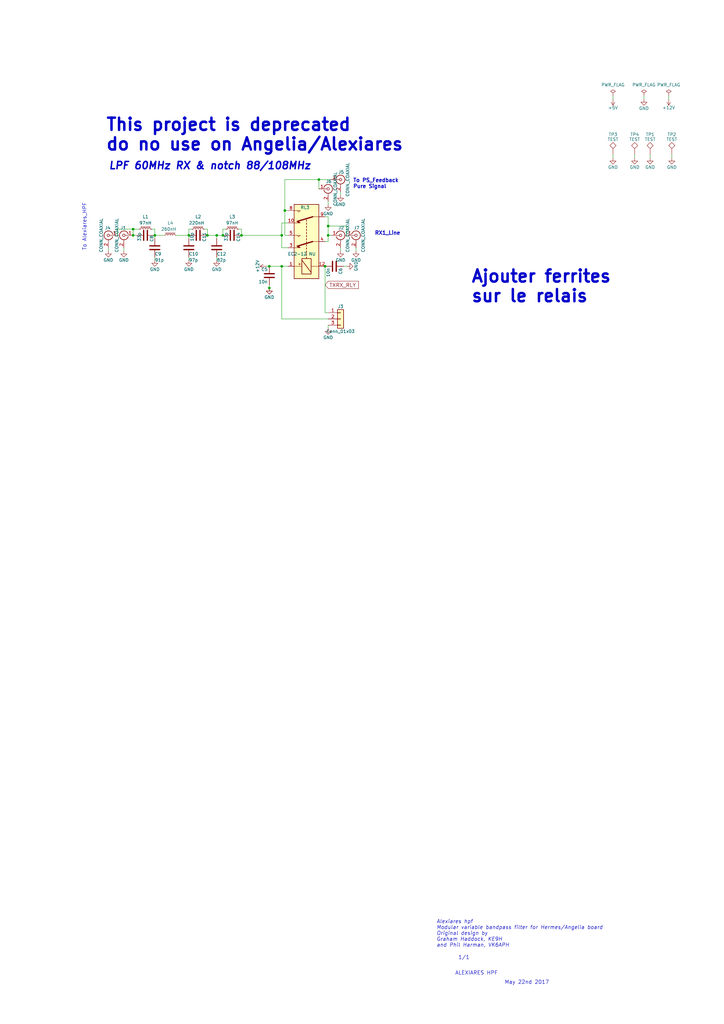
<source format=kicad_sch>
(kicad_sch (version 20230121) (generator eeschema)
  (paper "A3" portrait)
  (lib_symbols
    (symbol "Alexiares_LPF_RX_In-rescue:+12V" (power) (pin_names (offset 0))
      (property "Value" "+12V" (at 0 3.556 0))
      (symbol "+12V_0_1"
        (polyline (pts (xy -0.762 1.27) (xy 0 2.54)))
        (polyline (pts (xy 0 0) (xy 0 2.54)))
        (polyline (pts (xy 0 2.54) (xy 0.762 1.27)))
      )
      (symbol "+12V_1_1"
        (pin power_in line (at 0 0 90) (length 0) hide (name "+12V") (number "1"))
      )
    )
    (symbol "Alexiares_LPF_RX_In-rescue:+5V" (power) (pin_names (offset 0))
      (property "Value" "+5V" (at 0 3.556 0))
      (symbol "+5V_0_1"
        (polyline (pts (xy -0.762 1.27) (xy 0 2.54)))
        (polyline (pts (xy 0 0) (xy 0 2.54)))
        (polyline (pts (xy 0 2.54) (xy 0.762 1.27)))
      )
      (symbol "+5V_1_1"
        (pin power_in line (at 0 0 90) (length 0) hide (name "+5V") (number "1"))
      )
    )
    (symbol "Alexiares_LPF_RX_In-rescue:C" (pin_numbers hide) (pin_names (offset 0.254))
      (property "Reference" "C" (at 0.635 2.54 0))
      (property "Value" "C" (at 0.635 -2.54 0))
      (symbol "C_0_1"
        (polyline (pts (xy -2.032 -0.762) (xy 2.032 -0.762)) (stroke (width 0.508)))
        (polyline (pts (xy -2.032 0.762) (xy 2.032 0.762)) (stroke (width 0.508)))
      )
      (symbol "C_1_1"
        (pin passive line (at 0 3.81 270) (length 2.794) (name "~") (number "1"))
        (pin passive line (at 0 -3.81 90) (length 2.794) (name "~") (number "2"))
      )
    )
    (symbol "Alexiares_LPF_RX_In-rescue:Conn_01x03" (pin_names (offset 1.016) hide)
      (property "Reference" "J" (at 0 5.08 0))
      (property "Value" "Conn_01x03" (at 0 -5.08 0))
      (symbol "Conn_01x03_1_1"
        (rectangle (start -1.27 -2.413) (end 0 -2.667) (stroke (width 0.1524)))
        (rectangle (start -1.27 0.127) (end 0 -0.127) (stroke (width 0.1524)))
        (rectangle (start -1.27 2.667) (end 0 2.413) (stroke (width 0.1524)))
        (rectangle (start -1.27 3.81) (end 1.27 -3.81) (stroke (width 0.254)) (fill (type background)))
        (pin passive line (at -5.08 2.54 0) (length 3.81) (name "Pin_1") (number "1"))
        (pin passive line (at -5.08 0 0) (length 3.81) (name "Pin_2") (number "2"))
        (pin passive line (at -5.08 -2.54 0) (length 3.81) (name "Pin_3") (number "3"))
      )
    )
    (symbol "Alexiares_LPF_RX_In-rescue:Conn_Coaxial" (pin_names (offset 1.016) hide)
      (property "Reference" "J" (at 0.254 3.048 0))
      (property "Value" "Conn_Coaxial" (at 2.921 0 90))
      (symbol "Conn_Coaxial_0_1"
        (arc (start -1.778 -0.508) (mid 0.2311 -1.8066) (end 1.778 0) (stroke (width 0.254)))
        (polyline (pts (xy -1.27 0) (xy -0.508 0)))
        (polyline (pts (xy 0 -2.54) (xy 0 -1.778)))
        (circle (center 0 0) (radius 0.508) (stroke (width 0.2032)))
        (arc (start 1.778 0) (mid 0.2099 1.8101) (end -1.778 0.508) (stroke (width 0.254)))
      )
      (symbol "Conn_Coaxial_1_1"
        (pin passive line (at -3.81 0 0) (length 2.54) (name "In") (number "1"))
        (pin passive line (at 0 -5.08 90) (length 2.54) (name "Ext") (number "2"))
      )
    )
    (symbol "Alexiares_LPF_RX_In-rescue:EE2-5NU" (pin_names (offset 1.016))
      (property "Reference" "RL" (at 21.59 3.81 0))
      (property "Value" "EE2-5NU" (at 21.59 1.27 0))
      (symbol "EE2-5NU_0_1"
        (rectangle (start -10.16 5.08) (end 20.32 -5.08) (stroke (width 0.254)) (fill (type background)))
        (rectangle (start -8.255 1.905) (end -1.905 -1.905) (stroke (width 0.254)))
        (polyline (pts (xy -7.62 -1.905) (xy -2.54 1.905)) (stroke (width 0.254)))
        (polyline (pts (xy -5.08 -5.08) (xy -5.08 -1.905)))
        (polyline (pts (xy -5.08 5.08) (xy -5.08 1.905)))
        (polyline (pts (xy -4.699 2.794) (xy -3.683 2.794)))
        (polyline (pts (xy -4.191 3.302) (xy -4.191 2.286)))
        (polyline (pts (xy -1.905 0) (xy -1.27 0)) (stroke (width 0.254)))
        (polyline (pts (xy -0.635 0) (xy 0 0)) (stroke (width 0.254)))
        (polyline (pts (xy 0.635 0) (xy 1.27 0)) (stroke (width 0.254)))
        (polyline (pts (xy 1.905 0) (xy 2.54 0)) (stroke (width 0.254)))
        (polyline (pts (xy 2.54 2.54) (xy 2.54 5.08)))
        (polyline (pts (xy 3.175 0) (xy 3.81 0)) (stroke (width 0.254)))
        (polyline (pts (xy 4.445 0) (xy 5.08 0)) (stroke (width 0.254)))
        (polyline (pts (xy 5.08 -2.54) (xy 3.175 3.81)) (stroke (width 0.508)))
        (polyline (pts (xy 5.08 -2.54) (xy 5.08 -5.08)))
        (polyline (pts (xy 5.715 0) (xy 6.35 0)) (stroke (width 0.254)))
        (polyline (pts (xy 6.985 0) (xy 7.62 0)) (stroke (width 0.254)))
        (polyline (pts (xy 7.62 2.54) (xy 7.62 5.08)))
        (polyline (pts (xy 8.255 0) (xy 8.89 0)) (stroke (width 0.254)))
        (polyline (pts (xy 9.525 0) (xy 10.16 0)) (stroke (width 0.254)))
        (polyline (pts (xy 10.795 0) (xy 11.43 0)) (stroke (width 0.254)))
        (polyline (pts (xy 12.065 0) (xy 12.7 0)) (stroke (width 0.254)))
        (polyline (pts (xy 12.7 2.54) (xy 12.7 5.08)))
        (polyline (pts (xy 13.335 0) (xy 13.97 0)) (stroke (width 0.254)))
        (polyline (pts (xy 15.24 -2.54) (xy 13.335 3.81)) (stroke (width 0.508)))
        (polyline (pts (xy 15.24 -2.54) (xy 15.24 -5.08)))
        (polyline (pts (xy 17.78 2.54) (xy 17.78 5.08)))
        (polyline (pts (xy 2.54 2.54) (xy 3.175 3.175) (xy 2.54 3.81)) (fill (type outline)))
        (polyline (pts (xy 7.62 2.54) (xy 6.985 3.175) (xy 7.62 3.81)))
        (polyline (pts (xy 12.7 2.54) (xy 13.335 3.175) (xy 12.7 3.81)) (fill (type outline)))
        (polyline (pts (xy 17.78 2.54) (xy 17.145 3.175) (xy 17.78 3.81)))
      )
      (symbol "EE2-5NU_1_1"
        (pin passive line (at -5.08 7.62 270) (length 2.54) (name "~") (number "1"))
        (pin passive line (at 12.7 7.62 270) (length 2.54) (name "~") (number "10"))
        (pin passive line (at -5.08 -7.62 90) (length 2.54) (name "~") (number "12"))
        (pin passive line (at 2.54 7.62 270) (length 2.54) (name "~") (number "3"))
        (pin passive line (at 5.08 -7.62 90) (length 2.54) (name "~") (number "4"))
        (pin passive line (at 7.62 7.62 270) (length 2.54) (name "~") (number "5"))
        (pin passive line (at 17.78 7.62 270) (length 2.54) (name "~") (number "8"))
        (pin passive line (at 15.24 -7.62 90) (length 2.54) (name "~") (number "9"))
      )
    )
    (symbol "Alexiares_LPF_RX_In-rescue:GND" (power) (pin_names (offset 0))
      (property "Value" "GND" (at 0 -3.81 0))
      (symbol "GND_0_1"
        (polyline (pts (xy 0 0) (xy 0 -1.27) (xy 1.27 -1.27) (xy 0 -2.54) (xy -1.27 -1.27) (xy 0 -1.27)))
      )
      (symbol "GND_1_1"
        (pin power_in line (at 0 0 270) (length 0) hide (name "GND") (number "1"))
      )
    )
    (symbol "Alexiares_LPF_RX_In-rescue:L_Core_Ferrite_Small" (pin_numbers hide) (pin_names (offset 0.254) hide)
      (property "Reference" "L" (at 1.27 1.016 0))
      (property "Value" "L_Core_Ferrite_Small" (at 1.27 -1.27 0))
      (symbol "L_Core_Ferrite_Small_0_1"
        (arc (start 0 -2.032) (mid 0.5058 -1.524) (end 0 -1.016))
        (arc (start 0 -1.016) (mid 0.5058 -0.508) (end 0 0))
        (polyline (pts (xy 0.762 -1.905) (xy 0.762 -1.651)))
        (polyline (pts (xy 0.762 -1.397) (xy 0.762 -1.143)))
        (polyline (pts (xy 0.762 -0.889) (xy 0.762 -0.635)))
        (polyline (pts (xy 0.762 -0.381) (xy 0.762 -0.127)))
        (polyline (pts (xy 0.762 0.127) (xy 0.762 0.381)))
        (polyline (pts (xy 0.762 0.635) (xy 0.762 0.889)))
        (polyline (pts (xy 0.762 1.143) (xy 0.762 1.397)))
        (polyline (pts (xy 0.762 1.651) (xy 0.762 1.905)))
        (polyline (pts (xy 1.016 -1.651) (xy 1.016 -1.905)))
        (polyline (pts (xy 1.016 -1.143) (xy 1.016 -1.397)))
        (polyline (pts (xy 1.016 -0.635) (xy 1.016 -0.889)))
        (polyline (pts (xy 1.016 -0.127) (xy 1.016 -0.381)))
        (polyline (pts (xy 1.016 0.381) (xy 1.016 0.127)))
        (polyline (pts (xy 1.016 0.889) (xy 1.016 0.635)))
        (polyline (pts (xy 1.016 1.397) (xy 1.016 1.143)))
        (polyline (pts (xy 1.016 1.905) (xy 1.016 1.651)))
        (arc (start 0 0) (mid 0.5058 0.508) (end 0 1.016))
        (arc (start 0 1.016) (mid 0.5058 1.524) (end 0 2.032))
      )
      (symbol "L_Core_Ferrite_Small_1_1"
        (pin passive line (at 0 2.54 270) (length 0.508) (name "~") (number "1"))
        (pin passive line (at 0 -2.54 90) (length 0.508) (name "~") (number "2"))
      )
    )
    (symbol "Alexiares_LPF_RX_In-rescue:PWR_FLAG" (power) (pin_numbers hide) (pin_names (offset 0) hide)
      (property "Value" "PWR_FLAG" (at 0 3.81 0))
      (symbol "PWR_FLAG_0_0"
        (pin power_out line (at 0 0 90) (length 0) (name "pwr") (number "1"))
      )
      (symbol "PWR_FLAG_0_1"
        (polyline (pts (xy 0 0) (xy 0 1.27) (xy -1.016 1.905) (xy 0 2.54) (xy 1.016 1.905) (xy 0 1.27)))
      )
    )
    (symbol "Alexiares_LPF_RX_In-rescue:TEST" (pin_numbers hide) (pin_names (offset 1.016) hide)
      (property "Reference" "TP" (at 0 7.62 0))
      (property "Value" "TEST" (at 0 6.35 0))
      (symbol "TEST_0_1"
        (polyline (pts (xy 0 5.08) (xy -1.27 3.81) (xy 0 2.54) (xy 1.27 3.81) (xy 0 5.08) (xy 0 5.08)))
      )
      (symbol "TEST_1_1"
        (pin passive line (at 0 0 90) (length 2.54) (name "~") (number "1"))
      )
    )
  )
  (junction (at 54.61 93.98))
  (junction (at 99.06 96.52))
  (junction (at 110.49 109.22))
  (junction (at 85.09 96.52))
  (junction (at 115.57 96.52))
  (junction (at 130.81 73.66))
  (junction (at 134.62 96.52))
  (junction (at 110.49 118.11))
  (junction (at 115.57 109.22))
  (junction (at 116.84 86.36))
  (junction (at 88.9 96.52))
  (junction (at 91.44 96.52))
  (junction (at 77.47 96.52))
  (junction (at 133.35 109.22))
  (junction (at 63.5 96.52))
  (junction (at 134.62 92.71))
  (junction (at 54.61 96.52))
  (wire (pts (xy 72.39 96.52) (xy 77.47 96.52)))
  (wire (pts (xy 134.62 92.71) (xy 134.62 96.52)))
  (wire (pts (xy 139.7 101.6) (xy 139.7 102.87)))
  (wire (pts (xy 251.46 39.37) (xy 251.46 40.64)))
  (wire (pts (xy 115.57 96.52) (xy 115.57 101.6)))
  (wire (pts (xy 135.89 96.52) (xy 134.62 96.52)))
  (wire (pts (xy 251.46 63.5) (xy 251.46 64.77)))
  (wire (pts (xy 264.16 39.37) (xy 264.16 40.64)))
  (wire (pts (xy 134.62 82.55) (xy 134.62 83.82)))
  (wire (pts (xy 130.81 77.47) (xy 130.81 73.66)))
  (wire (pts (xy 63.5 96.52) (xy 63.5 97.79)))
  (wire (pts (xy 63.5 105.41) (xy 63.5 106.68)))
  (wire (pts (xy 54.61 93.98) (xy 54.61 96.52)))
  (wire (pts (xy 62.23 93.98) (xy 63.5 93.98)))
  (wire (pts (xy 266.7 63.5) (xy 266.7 64.77)))
  (wire (pts (xy 116.84 96.52) (xy 118.11 96.52)))
  (wire (pts (xy 130.81 73.66) (xy 116.84 73.66)))
  (wire (pts (xy 133.35 128.27) (xy 134.62 128.27)))
  (wire (pts (xy 115.57 109.22) (xy 115.57 130.81)))
  (wire (pts (xy 85.09 93.98) (xy 85.09 96.52)))
  (wire (pts (xy 115.57 91.44) (xy 115.57 96.52)))
  (wire (pts (xy 54.61 96.52) (xy 55.88 96.52)))
  (wire (pts (xy 99.06 96.52) (xy 115.57 96.52)))
  (wire (pts (xy 115.57 109.22) (xy 118.11 109.22)))
  (wire (pts (xy 133.35 109.22) (xy 133.35 128.27)))
  (wire (pts (xy 77.47 93.98) (xy 77.47 96.52)))
  (wire (pts (xy 116.84 73.66) (xy 116.84 86.36)))
  (wire (pts (xy 54.61 93.98) (xy 57.15 93.98)))
  (wire (pts (xy 85.09 96.52) (xy 88.9 96.52)))
  (wire (pts (xy 67.31 96.52) (xy 63.5 96.52)))
  (wire (pts (xy 110.49 116.84) (xy 110.49 118.11)))
  (wire (pts (xy 134.62 96.52) (xy 134.62 99.06)))
  (wire (pts (xy 140.97 109.22) (xy 142.24 109.22)))
  (wire (pts (xy 115.57 101.6) (xy 118.11 101.6)))
  (wire (pts (xy 88.9 97.79) (xy 88.9 96.52)))
  (wire (pts (xy 134.62 88.9) (xy 134.62 92.71)))
  (wire (pts (xy 134.62 133.35) (xy 134.62 134.62)))
  (wire (pts (xy 88.9 96.52) (xy 91.44 96.52)))
  (wire (pts (xy 275.59 63.5) (xy 275.59 64.77)))
  (wire (pts (xy 134.62 99.06) (xy 133.35 99.06)))
  (wire (pts (xy 91.44 96.52) (xy 91.44 93.98)))
  (wire (pts (xy 77.47 96.52) (xy 77.47 97.79)))
  (wire (pts (xy 50.8 101.6) (xy 50.8 102.87)))
  (wire (pts (xy 274.32 39.37) (xy 274.32 40.64)))
  (wire (pts (xy 63.5 93.98) (xy 63.5 96.52)))
  (wire (pts (xy 91.44 93.98) (xy 92.71 93.98)))
  (wire (pts (xy 135.89 73.66) (xy 130.81 73.66)))
  (wire (pts (xy 44.45 101.6) (xy 44.45 102.87)))
  (wire (pts (xy 142.24 92.71) (xy 134.62 92.71)))
  (wire (pts (xy 48.26 93.98) (xy 54.61 93.98)))
  (wire (pts (xy 116.84 86.36) (xy 118.11 86.36)))
  (wire (pts (xy 260.35 63.5) (xy 260.35 64.77)))
  (wire (pts (xy 77.47 93.98) (xy 78.74 93.98)))
  (wire (pts (xy 133.35 88.9) (xy 134.62 88.9)))
  (wire (pts (xy 110.49 109.22) (xy 115.57 109.22)))
  (wire (pts (xy 99.06 93.98) (xy 99.06 96.52)))
  (wire (pts (xy 139.7 78.74) (xy 139.7 80.01)))
  (wire (pts (xy 146.05 101.6) (xy 146.05 102.87)))
  (wire (pts (xy 142.24 96.52) (xy 142.24 92.71)))
  (wire (pts (xy 88.9 105.41) (xy 88.9 106.68)))
  (wire (pts (xy 48.26 96.52) (xy 48.26 93.98)))
  (wire (pts (xy 115.57 130.81) (xy 134.62 130.81)))
  (wire (pts (xy 77.47 105.41) (xy 77.47 106.68)))
  (wire (pts (xy 109.22 109.22) (xy 110.49 109.22)))
  (wire (pts (xy 97.79 93.98) (xy 99.06 93.98)))
  (wire (pts (xy 118.11 91.44) (xy 115.57 91.44)))
  (wire (pts (xy 116.84 86.36) (xy 116.84 96.52)))
  (wire (pts (xy 83.82 93.98) (xy 85.09 93.98)))
  (text "This project is deprecated\ndo no use on Angelia/Alexiares \n" (at 43.18 62.23 0) (effects (font (size 5.0038 5.0038) (thickness 1.0008) bold) (justify left bottom)))
  (text "Alexiares hpf\nModular variable bandpass filter for Hermes/Angelia board\nOriginal design by \nGraham Haddock, KE9H\nand Phil Harman, VK6APH\n" (at 179.07 388.62 0) (effects (font (size 1.4986 1.4986) italic) (justify left bottom)))
  (text "RX1_Line\n\n" (at 153.67 99.06 0) (effects (font (size 1.524 1.524) (thickness 0.3048) bold) (justify left bottom)))
  (text "May 22nd 2017" (at 207.01 403.86 0) (effects (font (size 1.524 1.524)) (justify left bottom)))
  (text "LPF 60MHz RX & notch 88/108MHz" (at 44.45 69.85 0) (effects (font (size 2.9972 2.9972) (thickness 0.5994) bold italic) (justify left bottom)))
  (text "Ajouter ferrites \nsur le relais" (at 193.04 124.46 0) (effects (font (size 5.0038 5.0038) (thickness 1.0008) bold) (justify left bottom)))
  (text "1/1" (at 187.96 393.7 0) (effects (font (size 1.524 1.524)) (justify left bottom)))
  (text "ALEXIARES HPF" (at 186.69 400.05 0) (effects (font (size 1.524 1.524)) (justify left bottom)))
  (text "To PS_Feedback\nPure Signal\n" (at 144.78 77.47 0) (effects (font (size 1.524 1.524) (thickness 0.3048) bold) (justify left bottom)))
  (text "To Alexiares_HPF" (at 35.56 102.87 90) (effects (font (size 1.524 1.524)) (justify left bottom)))
  (global_label "TXRX_RLY" (shape input) (at 133.35 116.84 0) (effects (font (size 1.524 1.524))) (property "Intersheetrefs" "${INTERSHEET_REFS}" (effects hide)))
  (symbol (lib_id "Alexiares_LPF_RX_In-rescue:GND") (at 264.16 40.64 0) (unit 1)
    (property "Reference" "#PWR06" (effects hide))
    (property "Value" "GND" (at 264.16 44.45 0))
  )
  (symbol (lib_id "Alexiares_LPF_RX_In-rescue:PWR_FLAG") (at 264.16 39.37 0) (unit 1)
    (property "Reference" "#FLG05" (effects hide))
    (property "Value" "PWR_FLAG" (at 264.16 34.798 0))
  )
  (symbol (lib_id "Alexiares_LPF_RX_In-rescue:PWR_FLAG") (at 274.32 39.37 0) (unit 1)
    (property "Reference" "#FLG04" (effects hide))
    (property "Value" "PWR_FLAG" (at 274.32 34.798 0))
  )
  (symbol (lib_id "Alexiares_LPF_RX_In-rescue:+5V") (at 251.46 40.64 180) (unit 1)
    (property "Reference" "#PWR03" (effects hide))
    (property "Value" "+5V" (at 251.46 44.196 0))
  )
  (symbol (lib_id "Alexiares_LPF_RX_In-rescue:+12V") (at 274.32 40.64 180) (unit 1)
    (property "Reference" "#PWR02" (effects hide))
    (property "Value" "+12V" (at 274.32 44.196 0))
  )
  (symbol (lib_id "Alexiares_LPF_RX_In-rescue:Conn_Coaxial") (at 139.7 96.52 0) (unit 1)
    (property "Reference" "J2" (at 139.954 93.472 0))
    (property "Value" "CONN_COAXIAL" (at 142.621 96.52 90))
    (property "Footprint" "Connectors:SMA_THT_Jack_Straight" (effects hide))
  )
  (symbol (lib_id "Alexiares_LPF_RX_In-rescue:TEST") (at 266.7 63.5 0) (unit 1)
    (property "Reference" "TP1" (at 266.7 55.88 0) (effects (justify bottom)))
    (property "Value" "TEST" (at 266.7 57.15 0))
    (property "Footprint" "Mounting_Holes:MountingHole_3.5mm_Pad" (effects hide))
  )
  (symbol (lib_id "Alexiares_LPF_RX_In-rescue:TEST") (at 275.59 63.5 0) (unit 1)
    (property "Reference" "TP2" (at 275.59 55.88 0) (effects (justify bottom)))
    (property "Value" "TEST" (at 275.59 57.15 0))
    (property "Footprint" "Mounting_Holes:MountingHole_3.5mm_Pad" (effects hide))
  )
  (symbol (lib_id "Alexiares_LPF_RX_In-rescue:GND") (at 266.7 64.77 0) (unit 1)
    (property "Reference" "#PWR07" (effects hide))
    (property "Value" "GND" (at 266.7 68.58 0))
  )
  (symbol (lib_id "Alexiares_LPF_RX_In-rescue:GND") (at 275.59 64.77 0) (unit 1)
    (property "Reference" "#PWR08" (effects hide))
    (property "Value" "GND" (at 275.59 68.58 0))
  )
  (symbol (lib_id "Alexiares_LPF_RX_In-rescue:GND") (at 139.7 102.87 0) (mirror y) (unit 1)
    (property "Reference" "#PWR01" (effects hide))
    (property "Value" "GND" (at 139.7 106.68 0))
  )
  (symbol (lib_id "Alexiares_LPF_RX_In-rescue:EE2-5NU") (at 125.73 104.14 90) (unit 1)
    (property "Reference" "RL3" (at 127 85.09 90) (effects (justify left)))
    (property "Value" "EC2-12 NU" (at 129.54 104.14 90) (effects (justify left)))
    (property "Footprint" "2_Form_C_Relay:Relay_DPDT_NEC_EC2" (effects hide))
  )
  (symbol (lib_id "Alexiares_LPF_RX_In-rescue:GND") (at 110.49 118.11 0) (mirror y) (unit 1)
    (property "Reference" "#PWR012" (effects hide))
    (property "Value" "GND" (at 110.49 121.92 0))
  )
  (symbol (lib_id "Alexiares_LPF_RX_In-rescue:GND") (at 110.49 118.11 0) (mirror y) (unit 1)
    (property "Reference" "#PWR013" (effects hide))
    (property "Value" "GND" (at 110.49 121.92 0))
  )
  (symbol (lib_id "Alexiares_LPF_RX_In-rescue:C") (at 110.49 113.03 0) (mirror y) (unit 1)
    (property "Reference" "C5" (at 109.855 110.49 0) (effects (justify left)))
    (property "Value" "10n" (at 109.855 115.57 0) (effects (justify left)))
    (property "Footprint" "Capacitors_SMD:C_0805_HandSoldering" (effects hide))
  )
  (symbol (lib_id "Alexiares_LPF_RX_In-rescue:GND") (at 142.24 109.22 90) (unit 1)
    (property "Reference" "#PWR014" (effects hide))
    (property "Value" "GND" (at 146.05 109.22 0))
  )
  (symbol (lib_id "Alexiares_LPF_RX_In-rescue:C") (at 137.16 109.22 270) (unit 1)
    (property "Reference" "C6" (at 139.7 109.855 0) (effects (justify left)))
    (property "Value" "10n" (at 134.62 109.855 0) (effects (justify left)))
    (property "Footprint" "Capacitors_SMD:C_0805_HandSoldering" (effects hide))
  )
  (symbol (lib_id "Alexiares_LPF_RX_In-rescue:GND") (at 139.7 80.01 0) (mirror y) (unit 1)
    (property "Reference" "#PWR015" (effects hide))
    (property "Value" "GND" (at 139.7 83.82 0))
  )
  (symbol (lib_id "Alexiares_LPF_RX_In-rescue:Conn_Coaxial") (at 139.7 73.66 0) (unit 1)
    (property "Reference" "J5" (at 139.954 70.612 0))
    (property "Value" "CONN_COAXIAL" (at 142.621 73.66 90))
    (property "Footprint" "Connectors:SMA_THT_Jack_Straight" (effects hide))
  )
  (symbol (lib_id "Alexiares_LPF_RX_In-rescue:TEST") (at 251.46 63.5 0) (unit 1)
    (property "Reference" "TP3" (at 251.46 55.88 0) (effects (justify bottom)))
    (property "Value" "TEST" (at 251.46 57.15 0))
    (property "Footprint" "Mounting_Holes:MountingHole_3.5mm_Pad" (effects hide))
  )
  (symbol (lib_id "Alexiares_LPF_RX_In-rescue:TEST") (at 260.35 63.5 0) (unit 1)
    (property "Reference" "TP4" (at 260.35 55.88 0) (effects (justify bottom)))
    (property "Value" "TEST" (at 260.35 57.15 0))
    (property "Footprint" "Mounting_Holes:MountingHole_3.5mm_Pad" (effects hide))
  )
  (symbol (lib_id "Alexiares_LPF_RX_In-rescue:GND") (at 251.46 64.77 0) (unit 1)
    (property "Reference" "#PWR09" (effects hide))
    (property "Value" "GND" (at 251.46 68.58 0))
  )
  (symbol (lib_id "Alexiares_LPF_RX_In-rescue:GND") (at 260.35 64.77 0) (unit 1)
    (property "Reference" "#PWR010" (effects hide))
    (property "Value" "GND" (at 260.35 68.58 0))
  )
  (symbol (lib_id "Alexiares_LPF_RX_In-rescue:PWR_FLAG") (at 251.46 39.37 0) (unit 1)
    (property "Reference" "#FLG011" (effects hide))
    (property "Value" "PWR_FLAG" (at 251.46 34.798 0))
  )
  (symbol (lib_id "Alexiares_LPF_RX_In-rescue:L_Core_Ferrite_Small") (at 95.25 93.98 90) (unit 1)
    (property "Reference" "L3" (at 96.52 88.9 90) (effects (justify left)))
    (property "Value" "97nH" (at 97.79 91.44 90) (effects (justify left)))
    (property "Footprint" "T50:T50_V_THT" (effects hide))
  )
  (symbol (lib_id "Alexiares_LPF_RX_In-rescue:C") (at 81.28 96.52 270) (unit 1)
    (property "Reference" "C11" (at 83.82 95.25 0) (effects (justify left)))
    (property "Value" "10p" (at 78.74 95.25 0) (effects (justify left)))
    (property "Footprint" "ATC_B:ATC_500_HandSoldering" (effects hide))
  )
  (symbol (lib_id "Alexiares_LPF_RX_In-rescue:C") (at 95.25 96.52 270) (unit 1)
    (property "Reference" "C14" (at 97.79 95.25 0) (effects (justify left)))
    (property "Value" "33p" (at 92.71 95.25 0) (effects (justify left)))
    (property "Footprint" "ATC_B:ATC_500_HandSoldering" (effects hide))
  )
  (symbol (lib_id "Alexiares_LPF_RX_In-rescue:L_Core_Ferrite_Small") (at 81.28 93.98 90) (unit 1)
    (property "Reference" "L2" (at 82.55 88.9 90) (effects (justify left)))
    (property "Value" "220nH" (at 83.82 91.44 90) (effects (justify left)))
    (property "Footprint" "T50:T50_V_THT" (effects hide))
  )
  (symbol (lib_id "Alexiares_LPF_RX_In-rescue:C") (at 59.69 96.52 270) (unit 1)
    (property "Reference" "C8" (at 62.23 96.52 0) (effects (justify left)))
    (property "Value" "33p" (at 57.15 95.25 0) (effects (justify left)))
    (property "Footprint" "ATC_B:ATC_500_HandSoldering" (effects hide))
  )
  (symbol (lib_id "Alexiares_LPF_RX_In-rescue:L_Core_Ferrite_Small") (at 59.69 93.98 90) (unit 1)
    (property "Reference" "L1" (at 60.96 88.9 90) (effects (justify left)))
    (property "Value" "97nH" (at 62.23 91.44 90) (effects (justify left)))
    (property "Footprint" "T50:T50_V_THT" (effects hide))
  )
  (symbol (lib_id "Alexiares_LPF_RX_In-rescue:L_Core_Ferrite_Small") (at 69.85 96.52 90) (unit 1)
    (property "Reference" "L4" (at 71.12 91.44 90) (effects (justify left)))
    (property "Value" "260nH" (at 72.39 93.98 90) (effects (justify left)))
    (property "Footprint" "T50:T50_V_THT" (effects hide))
  )
  (symbol (lib_id "Alexiares_LPF_RX_In-rescue:Conn_01x03") (at 139.7 130.81 0) (unit 1)
    (property "Reference" "J3" (at 139.7 125.73 0))
    (property "Value" "Conn_01x03" (at 139.7 135.89 0))
    (property "Footprint" "conn_kk100:kk100_22-23-2031" (effects hide))
  )
  (symbol (lib_id "Alexiares_LPF_RX_In-rescue:GND") (at 134.62 134.62 0) (unit 1)
    (property "Reference" "#PWR021" (effects hide))
    (property "Value" "GND" (at 134.62 138.43 0))
  )
  (symbol (lib_id "Alexiares_LPF_RX_In-rescue:GND") (at 63.5 106.68 0) (unit 1)
    (property "Reference" "#PWR017" (effects hide))
    (property "Value" "GND" (at 63.5 110.49 0))
  )
  (symbol (lib_id "Alexiares_LPF_RX_In-rescue:C") (at 63.5 101.6 0) (unit 1)
    (property "Reference" "C9" (at 63.5 104.14 0) (effects (justify left)))
    (property "Value" "91p" (at 63.5 106.68 0) (effects (justify left)))
    (property "Footprint" "ATC_B:ATC_500_HandSoldering" (effects hide))
  )
  (symbol (lib_id "Alexiares_LPF_RX_In-rescue:GND") (at 77.47 106.68 0) (unit 1)
    (property "Reference" "#PWR018" (effects hide))
    (property "Value" "GND" (at 77.47 110.49 0))
  )
  (symbol (lib_id "Alexiares_LPF_RX_In-rescue:C") (at 77.47 101.6 0) (unit 1)
    (property "Reference" "C10" (at 77.47 104.14 0) (effects (justify left)))
    (property "Value" "97p" (at 77.47 106.68 0) (effects (justify left)))
    (property "Footprint" "ATC_B:ATC_500_HandSoldering" (effects hide))
  )
  (symbol (lib_id "Alexiares_LPF_RX_In-rescue:GND") (at 88.9 106.68 0) (unit 1)
    (property "Reference" "#PWR019" (effects hide))
    (property "Value" "GND" (at 88.9 110.49 0))
  )
  (symbol (lib_id "Alexiares_LPF_RX_In-rescue:C") (at 88.9 101.6 0) (unit 1)
    (property "Reference" "C12" (at 88.9 104.14 0) (effects (justify left)))
    (property "Value" "82p" (at 88.9 106.68 0) (effects (justify left)))
    (property "Footprint" "ATC_B:ATC_500_HandSoldering" (effects hide))
  )
  (symbol (lib_id "Alexiares_LPF_RX_In-rescue:GND") (at 50.8 102.87 0) (unit 1)
    (property "Reference" "#PWR020" (effects hide))
    (property "Value" "GND" (at 50.8 106.68 0))
  )
  (symbol (lib_id "Alexiares_LPF_RX_In-rescue:Conn_Coaxial") (at 50.8 96.52 0) (mirror y) (unit 1)
    (property "Reference" "J1" (at 50.546 93.472 0))
    (property "Value" "CONN_COAXIAL" (at 47.879 96.52 90))
    (property "Footprint" "Connectors:SMA_THT_Jack_Straight" (effects hide))
  )
  (symbol (lib_id "Alexiares_LPF_RX_In-rescue:+12V") (at 109.22 109.22 90) (unit 1)
    (property "Reference" "#PWR016" (effects hide))
    (property "Value" "+12V" (at 105.664 109.22 0))
  )
  (symbol (lib_id "Alexiares_LPF_RX_In-rescue:GND") (at 134.62 83.82 0) (mirror y) (unit 1)
    (property "Reference" "#PWR022" (effects hide))
    (property "Value" "GND" (at 134.62 87.63 0))
  )
  (symbol (lib_id "Alexiares_LPF_RX_In-rescue:Conn_Coaxial") (at 134.62 77.47 0) (unit 1)
    (property "Reference" "J6" (at 134.874 74.422 0))
    (property "Value" "CONN_COAXIAL" (at 137.541 77.47 90))
    (property "Footprint" "SMA_PINS:SMA_EDGE_NRW" (effects hide))
  )
  (symbol (lib_id "Alexiares_LPF_RX_In-rescue:GND") (at 146.05 102.87 0) (mirror y) (unit 1)
    (property "Reference" "#PWR023" (effects hide))
    (property "Value" "GND" (at 146.05 106.68 0))
  )
  (symbol (lib_id "Alexiares_LPF_RX_In-rescue:Conn_Coaxial") (at 146.05 96.52 0) (unit 1)
    (property "Reference" "J7" (at 146.304 93.472 0))
    (property "Value" "CONN_COAXIAL" (at 148.971 96.52 90))
    (property "Footprint" "SMA_PINS:SMA_EDGE_NRW" (effects hide))
  )
  (symbol (lib_id "Alexiares_LPF_RX_In-rescue:GND") (at 44.45 102.87 0) (unit 1)
    (property "Reference" "#PWR024" (effects hide))
    (property "Value" "GND" (at 44.45 106.68 0))
  )
  (symbol (lib_id "Alexiares_LPF_RX_In-rescue:Conn_Coaxial") (at 44.45 96.52 0) (mirror y) (unit 1)
    (property "Reference" "J4" (at 44.196 93.472 0))
    (property "Value" "CONN_COAXIAL" (at 41.529 96.52 90))
    (property "Footprint" "SMA_PINS:SMA_EDGE_NRW" (effects hide))
  )
)
</source>
